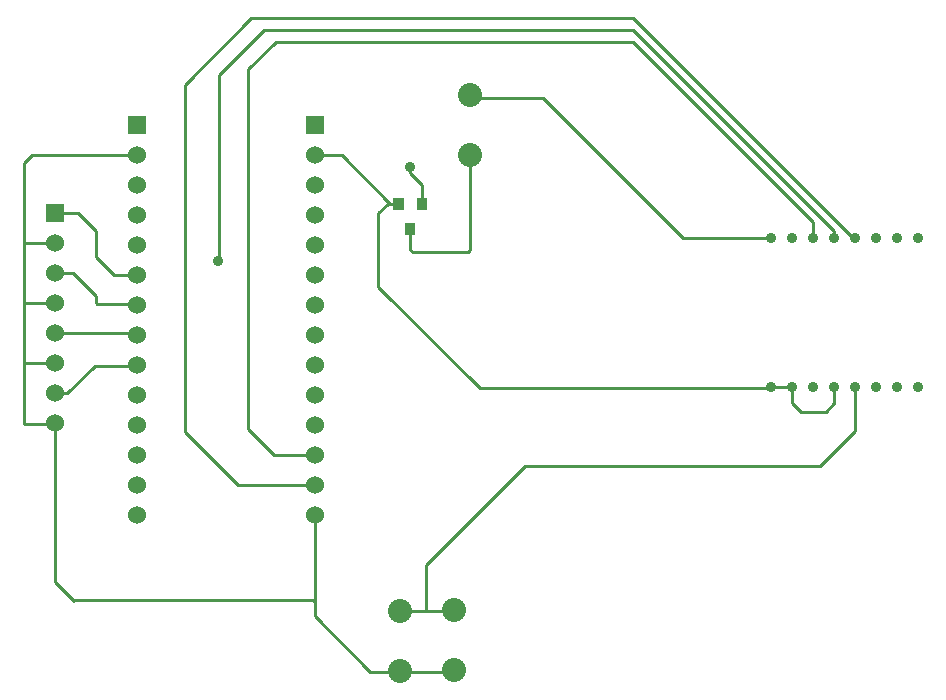
<source format=gtl>
G04 start of page 2 for group 0 idx 0 *
G04 Title: (unknown), top *
G04 Creator: pcb 4.1.2 *
G04 CreationDate: Fri Sep 21 09:06:42 2018 UTC *
G04 For: mytch *
G04 Format: Gerber/RS-274X *
G04 PCB-Dimensions (mil): 3937.01 2755.91 *
G04 PCB-Coordinate-Origin: lower left *
%MOIN*%
%FSLAX25Y25*%
%LNTOP*%
%ADD19C,0.0350*%
%ADD18C,0.0380*%
%ADD17C,0.1180*%
%ADD16C,0.0200*%
%ADD15C,0.0360*%
%ADD14C,0.0800*%
%ADD13C,0.0600*%
%ADD12C,0.0001*%
%ADD11C,0.0100*%
G54D11*X305512Y113071D02*X305276Y113307D01*
X291339Y113244D02*X291276Y113307D01*
X269961Y112992D02*X188583D01*
X298276Y113307D02*Y99063D01*
X286709Y87008D02*X298276Y98575D01*
Y99606D02*Y98575D01*
X269961Y112992D02*X270276Y113307D01*
X277276D01*
X277165Y113197D02*X277276Y113307D01*
Y108157D01*
X280315Y105118D01*
X288583D01*
X291339Y107874D01*
Y113244D01*
X284646Y163283D02*X284276Y162913D01*
Y168480D01*
X291276Y162913D02*Y165417D01*
X298276Y162913D02*X297717D01*
X230315Y87008D02*X286709D01*
X188189D02*X230709D01*
X101181Y232283D02*X86220Y217323D01*
X96063Y219291D02*X105118Y228346D01*
X170079Y190630D02*Y187402D01*
X194094Y209843D02*X170866D01*
X170079Y210630D01*
X127165Y190551D02*X118346D01*
X96850Y236220D02*X74803Y214173D01*
X224409Y228346D02*X105118D01*
X224409Y232283D02*X101181D01*
X224409Y236220D02*X96850D01*
X118346Y190551D02*X118110Y190787D01*
X270276Y162913D02*X241024D01*
X194094Y209843D01*
X284276Y168480D02*X224409Y228346D01*
X291276Y165417D02*X224409Y232283D01*
X297717Y162913D02*X224409Y236220D01*
X139370Y146850D02*X173228Y112992D01*
X190157D01*
X146100Y174342D02*X143375D01*
X150000Y166142D02*Y159055D01*
X150787Y158268D01*
X150000Y186614D02*Y184646D01*
X143375Y174342D02*X127165Y190551D01*
X146100Y174342D02*X142452D01*
X139370Y171260D01*
Y146850D01*
X150787Y158268D02*X169291D01*
X170079Y159055D01*
Y190551D01*
X150000Y184646D02*X153937Y180709D01*
Y174379D01*
X153900Y174342D01*
X96063Y99213D02*Y219291D01*
X86220Y217323D02*Y155512D01*
X74803Y98425D02*Y214173D01*
X21260Y101181D02*X31417D01*
X31496Y101260D01*
Y48425D01*
X37795Y42126D01*
X37598Y42323D02*X117913D01*
X118110Y90787D02*X104488D01*
X96063Y99213D01*
X117638Y80315D02*X118110Y80787D01*
X92441D01*
X74803Y98425D01*
X45276Y165354D02*Y156693D01*
X51181Y150787D01*
X59055D01*
X31496Y151260D02*X37717D01*
X45276Y143701D01*
X31339Y161417D02*X31496Y161260D01*
Y171260D02*X39370D01*
X45276Y165354D01*
X59055Y190787D02*X23858D01*
X21260Y188189D01*
Y161417D02*X31339D01*
X45276Y143701D02*Y141339D01*
X21260D02*X31417D01*
X31496Y141260D01*
X45276Y141339D02*X45669Y140945D01*
X31496Y111260D02*X35669D01*
X44882Y120472D01*
X21260Y188189D02*Y101181D01*
X45669Y140945D02*X58898D01*
X31496Y131260D02*X58583D01*
X59055Y130787D01*
X44882Y120472D02*X58740D01*
X59055Y120787D01*
X21260Y121260D02*X31496D01*
X58898Y140945D02*X59055Y140787D01*
X118110Y70787D02*Y42520D01*
X117717Y42126D01*
X117913Y42323D02*X118110Y42520D01*
Y42126D02*Y37008D01*
X146850Y38189D02*X146457Y38583D01*
X118110Y37008D02*X136614Y18504D01*
X146378D01*
X146457Y18583D01*
Y38583D02*X164173D01*
X164567Y38976D01*
X155118Y38583D02*Y53937D01*
X188189Y87008D01*
X146063Y18504D02*X164094D01*
X164567Y18976D01*
G54D12*G36*
X28496Y174260D02*Y168260D01*
X34496D01*
Y174260D01*
X28496D01*
G37*
G54D13*X31496Y161260D03*
Y151260D03*
X59055Y190787D03*
Y180787D03*
Y170787D03*
Y160787D03*
Y150787D03*
Y140787D03*
Y130787D03*
Y120787D03*
X31496Y141260D03*
Y131260D03*
Y121260D03*
Y111260D03*
Y101260D03*
G54D12*G36*
X56055Y203787D02*Y197787D01*
X62055D01*
Y203787D01*
X56055D01*
G37*
G36*
X115110D02*Y197787D01*
X121110D01*
Y203787D01*
X115110D01*
G37*
G54D14*X170079Y190630D03*
Y210630D03*
G54D13*X118110Y190787D03*
Y180787D03*
Y170787D03*
Y160787D03*
Y150787D03*
Y140787D03*
Y130787D03*
X59055Y110787D03*
Y100787D03*
Y90787D03*
Y80787D03*
Y70787D03*
X118110Y120787D03*
Y110787D03*
Y100787D03*
Y90787D03*
Y80787D03*
Y70787D03*
G54D14*X146457Y18583D03*
Y38583D03*
X164567Y18976D03*
Y38976D03*
G54D15*X270276Y162913D03*
Y113307D03*
X277276Y162913D03*
X284276D03*
X291276D03*
X298276D03*
X305276D03*
X312276D03*
X319276D03*
X277276Y113307D03*
X284276D03*
X291276D03*
X298276D03*
X305276D03*
X312276D03*
X319276D03*
G54D12*G36*
X155600Y176342D02*X152200D01*
Y172342D01*
X155600D01*
Y176342D01*
G37*
G36*
X147800D02*X144400D01*
Y172342D01*
X147800D01*
Y176342D01*
G37*
G36*
X151700Y168142D02*X148300D01*
Y164142D01*
X151700D01*
Y168142D01*
G37*
G54D15*X85827Y155512D03*
X150000Y186614D03*
G54D16*G54D17*G54D16*G54D18*G54D19*G54D18*G54D19*G54D16*M02*

</source>
